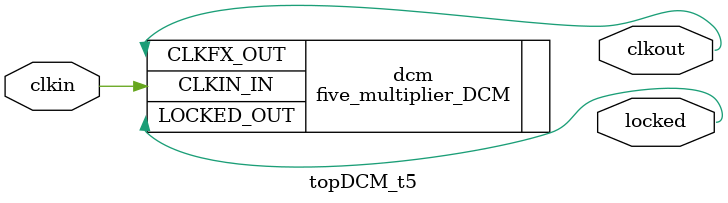
<source format=v>
`timescale 1ns / 1ps
module topDCM_t5(
    input clkin,
    output clkout,
	 //output raw_clk_out,
	 output locked
	 //output [7:0] status
    );


	// with status: five_multiplier_DCM dcm (.CLKIN_IN(clkin),.CLKFX_OUT(clkout), .CLKIN_IBUFG_OUT(raw_clk_out), .LOCKED_OUT(locked), .STATUS_OUT(status));
	//five_multiplier_DCM dcm (.CLKIN_IN(clkin),.CLKFX_OUT(clkout), .CLKIN_IBUFG_OUT(raw_clk_out), .LOCKED_OUT(locked));
	five_multiplier_DCM dcm (.CLKIN_IN(clkin),.CLKFX_OUT(clkout), .LOCKED_OUT(locked));
	// this shows if missed CLKIN cycle
	//assign led_debug_status = status[1];
	
		
   

endmodule

</source>
